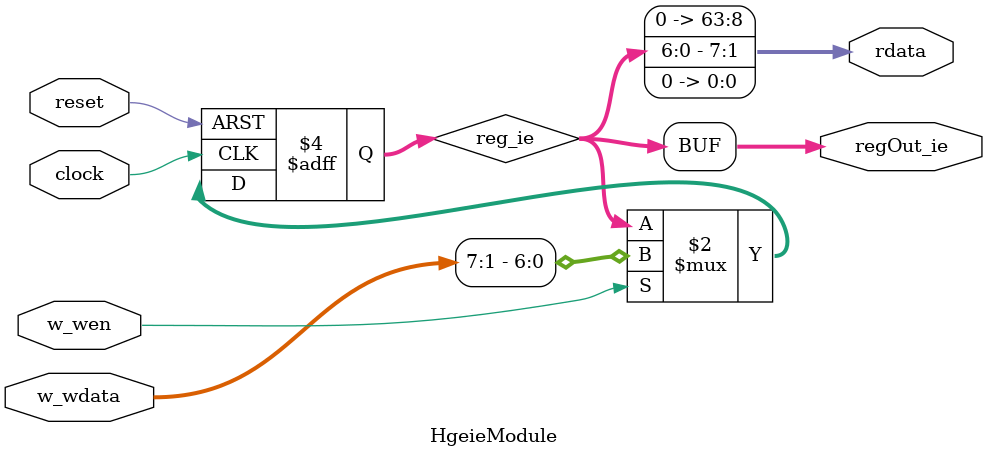
<source format=sv>
`ifndef RANDOMIZE
  `ifdef RANDOMIZE_MEM_INIT
    `define RANDOMIZE
  `endif // RANDOMIZE_MEM_INIT
`endif // not def RANDOMIZE
`ifndef RANDOMIZE
  `ifdef RANDOMIZE_REG_INIT
    `define RANDOMIZE
  `endif // RANDOMIZE_REG_INIT
`endif // not def RANDOMIZE

`ifndef RANDOM
  `define RANDOM $random
`endif // not def RANDOM

// Users can define INIT_RANDOM as general code that gets injected into the
// initializer block for modules with registers.
`ifndef INIT_RANDOM
  `define INIT_RANDOM
`endif // not def INIT_RANDOM

// If using random initialization, you can also define RANDOMIZE_DELAY to
// customize the delay used, otherwise 0.002 is used.
`ifndef RANDOMIZE_DELAY
  `define RANDOMIZE_DELAY 0.002
`endif // not def RANDOMIZE_DELAY

// Define INIT_RANDOM_PROLOG_ for use in our modules below.
`ifndef INIT_RANDOM_PROLOG_
  `ifdef RANDOMIZE
    `ifdef VERILATOR
      `define INIT_RANDOM_PROLOG_ `INIT_RANDOM
    `else  // VERILATOR
      `define INIT_RANDOM_PROLOG_ `INIT_RANDOM #`RANDOMIZE_DELAY begin end
    `endif // VERILATOR
  `else  // RANDOMIZE
    `define INIT_RANDOM_PROLOG_
  `endif // RANDOMIZE
`endif // not def INIT_RANDOM_PROLOG_

// Include register initializers in init blocks unless synthesis is set
`ifndef SYNTHESIS
  `ifndef ENABLE_INITIAL_REG_
    `define ENABLE_INITIAL_REG_
  `endif // not def ENABLE_INITIAL_REG_
`endif // not def SYNTHESIS

// Include rmemory initializers in init blocks unless synthesis is set
`ifndef SYNTHESIS
  `ifndef ENABLE_INITIAL_MEM_
    `define ENABLE_INITIAL_MEM_
  `endif // not def ENABLE_INITIAL_MEM_
`endif // not def SYNTHESIS

module HgeieModule(
  input         clock,
  input         reset,
  input         w_wen,
  input  [63:0] w_wdata,
  output [63:0] rdata,
  output [6:0]  regOut_ie
);

  reg [6:0] reg_ie;
  always @(posedge clock or posedge reset) begin
    if (reset)
      reg_ie <= 7'h0;
    else if (w_wen)
      reg_ie <= w_wdata[7:1];
  end // always @(posedge, posedge)
  `ifdef ENABLE_INITIAL_REG_
    `ifdef FIRRTL_BEFORE_INITIAL
      `FIRRTL_BEFORE_INITIAL
    `endif // FIRRTL_BEFORE_INITIAL
    logic [31:0] _RANDOM[0:0];
    initial begin
      `ifdef INIT_RANDOM_PROLOG_
        `INIT_RANDOM_PROLOG_
      `endif // INIT_RANDOM_PROLOG_
      `ifdef RANDOMIZE_REG_INIT
        _RANDOM[/*Zero width*/ 1'b0] = `RANDOM;
        reg_ie = _RANDOM[/*Zero width*/ 1'b0][6:0];
      `endif // RANDOMIZE_REG_INIT
      if (reset)
        reg_ie = 7'h0;
    end // initial
    `ifdef FIRRTL_AFTER_INITIAL
      `FIRRTL_AFTER_INITIAL
    `endif // FIRRTL_AFTER_INITIAL
  `endif // ENABLE_INITIAL_REG_
  assign rdata = {56'h0, reg_ie, 1'h0};
  assign regOut_ie = reg_ie;
endmodule


</source>
